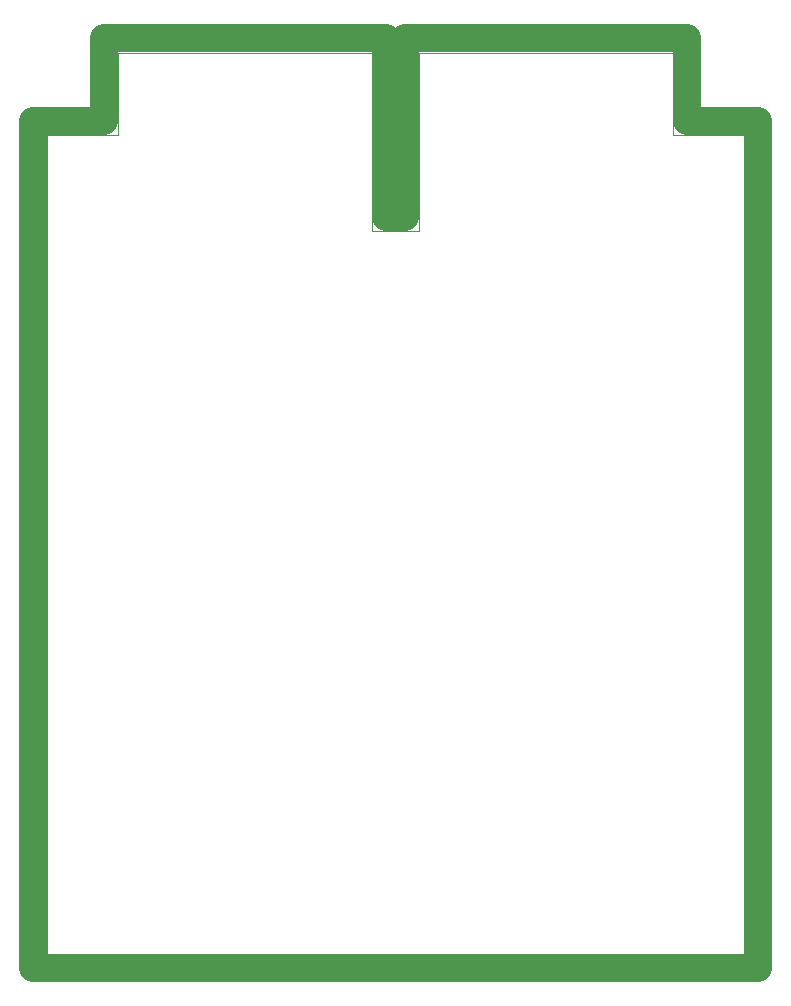
<source format=gko>
%FSLAX46Y46*%
%MOMM*%
%ADD10C,0.010000*%
%ADD11C,2.400000*%
G01*
G01*
%LPD*%
D10*
X6000000Y76300000D02*
X27500000Y76300000D01*
D10*
X27500000Y76300000D02*
X27500000Y61200000D01*
D10*
X27500000Y61200000D02*
X31500000Y61200000D01*
D10*
X31500000Y61200000D02*
X31500000Y76300000D01*
D10*
X31500000Y76300000D02*
X53000000Y76300000D01*
D10*
X53000000Y76300000D02*
X53000000Y69300000D01*
D10*
X53000000Y69300000D02*
X59000000Y69300000D01*
D10*
X59000000Y69300000D02*
X59000000Y0D01*
D10*
X59000000Y0D02*
X0Y0D01*
D10*
X0Y0D02*
X0Y69300000D01*
D10*
X0Y69300000D02*
X6000000Y69300000D01*
D10*
X6000000Y69300000D02*
X6000000Y76300000D01*
D11*
X54200000Y70500000D02*
X60200000Y70500000D01*
D11*
X30300000Y77500000D02*
X30300000Y62400000D01*
D11*
X54200000Y70500000D02*
X54200000Y77500000D01*
D11*
X4800000Y77500000D02*
X28700000Y77500000D01*
D11*
X-1200000Y70500000D02*
X4800000Y70500000D01*
D11*
X28700000Y77500000D02*
X28700000Y62400000D01*
D11*
X30300000Y77500000D02*
X54200000Y77500000D01*
D11*
X-1200000Y70500000D02*
X-1200000Y-1200000D01*
D11*
X28700000Y62400000D02*
X30300000Y62400000D01*
D11*
X60200000Y70500000D02*
X60200000Y-1200000D01*
D11*
X-1200000Y-1200000D02*
X60200000Y-1200000D01*
D11*
X4800000Y70500000D02*
X4800000Y77500000D01*
G75*
M02*

</source>
